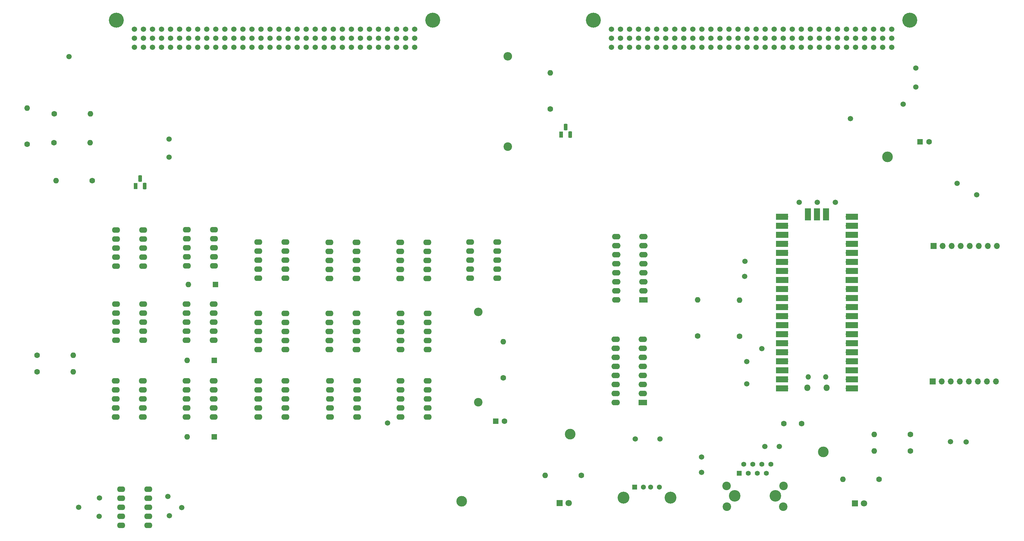
<source format=gts>
G04 #@! TF.GenerationSoftware,KiCad,Pcbnew,7.0.5*
G04 #@! TF.CreationDate,2023-10-25T20:27:12-04:00*
G04 #@! TF.ProjectId,selftest_bd,73656c66-7465-4737-945f-62642e6b6963,1.0*
G04 #@! TF.SameCoordinates,Original*
G04 #@! TF.FileFunction,Soldermask,Top*
G04 #@! TF.FilePolarity,Negative*
%FSLAX46Y46*%
G04 Gerber Fmt 4.6, Leading zero omitted, Abs format (unit mm)*
G04 Created by KiCad (PCBNEW 7.0.5) date 2023-10-25 20:27:12*
%MOMM*%
%LPD*%
G01*
G04 APERTURE LIST*
G04 Aperture macros list*
%AMRoundRect*
0 Rectangle with rounded corners*
0 $1 Rounding radius*
0 $2 $3 $4 $5 $6 $7 $8 $9 X,Y pos of 4 corners*
0 Add a 4 corners polygon primitive as box body*
4,1,4,$2,$3,$4,$5,$6,$7,$8,$9,$2,$3,0*
0 Add four circle primitives for the rounded corners*
1,1,$1+$1,$2,$3*
1,1,$1+$1,$4,$5*
1,1,$1+$1,$6,$7*
1,1,$1+$1,$8,$9*
0 Add four rect primitives between the rounded corners*
20,1,$1+$1,$2,$3,$4,$5,0*
20,1,$1+$1,$4,$5,$6,$7,0*
20,1,$1+$1,$6,$7,$8,$9,0*
20,1,$1+$1,$8,$9,$2,$3,0*%
G04 Aperture macros list end*
%ADD10C,1.500000*%
%ADD11R,1.800000X1.800000*%
%ADD12C,1.800000*%
%ADD13O,2.300000X1.600000*%
%ADD14R,1.600000X1.600000*%
%ADD15O,1.600000X1.600000*%
%ADD16C,3.250000*%
%ADD17R,1.408000X1.408000*%
%ADD18C,1.408000*%
%ADD19C,2.400000*%
%ADD20C,4.200000*%
%ADD21C,1.600000*%
%ADD22R,1.100000X1.800000*%
%ADD23RoundRect,0.275000X-0.275000X-0.625000X0.275000X-0.625000X0.275000X0.625000X-0.275000X0.625000X0*%
%ADD24R,2.400000X1.600000*%
%ADD25O,2.400000X1.600000*%
%ADD26O,2.400000X2.400000*%
%ADD27C,3.000000*%
%ADD28R,1.428000X1.428000*%
%ADD29C,1.428000*%
%ADD30C,3.346000*%
%ADD31R,1.700000X1.700000*%
%ADD32O,1.700000X1.700000*%
%ADD33O,1.800000X1.800000*%
%ADD34O,1.500000X1.500000*%
%ADD35R,3.500000X1.700000*%
%ADD36R,1.700000X3.500000*%
G04 APERTURE END LIST*
D10*
X279531800Y-146020000D03*
X91753500Y-186994335D03*
X323469000Y-73660000D03*
D11*
X226893200Y-185851800D03*
D12*
X229433200Y-185851800D03*
D10*
X266827000Y-172847000D03*
X255143000Y-167767000D03*
D13*
X189778400Y-122651600D03*
X189778400Y-120111600D03*
X189778400Y-117571600D03*
X189778400Y-115031600D03*
X189778400Y-112491600D03*
X182158400Y-112491600D03*
X182158400Y-115031600D03*
X182158400Y-117571600D03*
X182158400Y-120111600D03*
X182158400Y-122651600D03*
D10*
X97553500Y-189594335D03*
D13*
X189845200Y-161656200D03*
X189845200Y-159116200D03*
X189845200Y-156576200D03*
X189845200Y-154036200D03*
X189845200Y-151496200D03*
X182225200Y-151496200D03*
X182225200Y-154036200D03*
X182225200Y-156576200D03*
X182225200Y-159116200D03*
X182225200Y-161656200D03*
D14*
X129855200Y-145706200D03*
D15*
X122235200Y-145706200D03*
D16*
X276098000Y-183769000D03*
X287528000Y-183769000D03*
D17*
X277368000Y-177419000D03*
D18*
X278638000Y-174879000D03*
X279908000Y-177419000D03*
X281178000Y-174879000D03*
X282448000Y-177419000D03*
X283718000Y-174879000D03*
X284988000Y-177419000D03*
X286258000Y-174879000D03*
D19*
X273788000Y-181019000D03*
X273898000Y-186819000D03*
X289728000Y-186819000D03*
X289838000Y-181019000D03*
D10*
X186182000Y-52595335D03*
X183642000Y-52595335D03*
X181102000Y-52595335D03*
X178562000Y-52595335D03*
X176022000Y-52595335D03*
X173482000Y-52595335D03*
X170942000Y-52595335D03*
X168402000Y-52595335D03*
X165862000Y-52595335D03*
X163322000Y-52595335D03*
X160782000Y-52595335D03*
X158242000Y-52595335D03*
X155702000Y-52595335D03*
X153162000Y-52595335D03*
X150622000Y-52595335D03*
X148082000Y-52595335D03*
X145542000Y-52595335D03*
X143002000Y-52595335D03*
X140462000Y-52595335D03*
X137922000Y-52595335D03*
X135382000Y-52595335D03*
X132842000Y-52595335D03*
X130302000Y-52595335D03*
X127762000Y-52595335D03*
X125222000Y-52595335D03*
X122682000Y-52595335D03*
X120142000Y-52595335D03*
X117602000Y-52595335D03*
X115062000Y-52595335D03*
X112522000Y-52595335D03*
X109982000Y-52595335D03*
X107442000Y-52595335D03*
X186182000Y-55135335D03*
X183642000Y-55135335D03*
X181102000Y-55135335D03*
X178562000Y-55135335D03*
X176022000Y-55135335D03*
X173482000Y-55135335D03*
X170942000Y-55135335D03*
X168402000Y-55135335D03*
X165862000Y-55135335D03*
X163322000Y-55135335D03*
X160782000Y-55135335D03*
X158242000Y-55135335D03*
X155702000Y-55135335D03*
X153162000Y-55135335D03*
X150622000Y-55135335D03*
X148082000Y-55135335D03*
X145542000Y-55135335D03*
X143002000Y-55135335D03*
X140462000Y-55135335D03*
X137922000Y-55135335D03*
X135382000Y-55135335D03*
X132842000Y-55135335D03*
X130302000Y-55135335D03*
X127762000Y-55135335D03*
X125222000Y-55135335D03*
X122682000Y-55135335D03*
X120142000Y-55135335D03*
X117602000Y-55135335D03*
X115062000Y-55135335D03*
X112522000Y-55135335D03*
X109982000Y-55135335D03*
X107442000Y-55135335D03*
X186182000Y-57675335D03*
X183642000Y-57675335D03*
X181102000Y-57675335D03*
X178562000Y-57675335D03*
X176022000Y-57675335D03*
X173482000Y-57675335D03*
X170942000Y-57675335D03*
X168402000Y-57675335D03*
X165862000Y-57675335D03*
X163322000Y-57675335D03*
X160782000Y-57675335D03*
X158242000Y-57675335D03*
X155702000Y-57675335D03*
X153162000Y-57675335D03*
X150622000Y-57675335D03*
X148082000Y-57675335D03*
X145542000Y-57675335D03*
X143002000Y-57675335D03*
X140462000Y-57675335D03*
X137922000Y-57675335D03*
X135382000Y-57675335D03*
X132842000Y-57675335D03*
X130302000Y-57675335D03*
X127762000Y-57675335D03*
X125222000Y-57675335D03*
X122682000Y-57675335D03*
X120142000Y-57675335D03*
X117602000Y-57675335D03*
X115062000Y-57675335D03*
X112522000Y-57675335D03*
X109982000Y-57675335D03*
X107442000Y-57675335D03*
D20*
X191262000Y-50055335D03*
X102362000Y-50055335D03*
D10*
X308641200Y-77724000D03*
X294221400Y-101256600D03*
X89099600Y-60248665D03*
D21*
X325501000Y-171196000D03*
D15*
X315341000Y-171196000D03*
D21*
X211045200Y-150616200D03*
D15*
X211045200Y-140456200D03*
D21*
X84886800Y-84480400D03*
D15*
X95046800Y-84480400D03*
D13*
X111343500Y-192084335D03*
X111343500Y-189544335D03*
X111343500Y-187004335D03*
X111343500Y-184464335D03*
X111343500Y-181924335D03*
X103723500Y-181924335D03*
X103723500Y-184464335D03*
X103723500Y-187004335D03*
X103723500Y-189544335D03*
X103723500Y-192084335D03*
D10*
X117221000Y-83439000D03*
X320217800Y-52595335D03*
X317677800Y-52595335D03*
X315137800Y-52595335D03*
X312597800Y-52595335D03*
X310057800Y-52595335D03*
X307517800Y-52595335D03*
X304977800Y-52595335D03*
X302437800Y-52595335D03*
X299897800Y-52595335D03*
X297357800Y-52595335D03*
X294817800Y-52595335D03*
X292277800Y-52595335D03*
X289737800Y-52595335D03*
X287197800Y-52595335D03*
X284657800Y-52595335D03*
X282117800Y-52595335D03*
X279577800Y-52595335D03*
X277037800Y-52595335D03*
X274497800Y-52595335D03*
X271957800Y-52595335D03*
X269417800Y-52595335D03*
X266877800Y-52595335D03*
X264337800Y-52595335D03*
X261797800Y-52595335D03*
X259257800Y-52595335D03*
X256717800Y-52595335D03*
X254177800Y-52595335D03*
X251637800Y-52595335D03*
X249097800Y-52595335D03*
X246557800Y-52595335D03*
X244017800Y-52595335D03*
X241477800Y-52595335D03*
X320217800Y-55135335D03*
X317677800Y-55135335D03*
X315137800Y-55135335D03*
X312597800Y-55135335D03*
X310057800Y-55135335D03*
X307517800Y-55135335D03*
X304977800Y-55135335D03*
X302437800Y-55135335D03*
X299897800Y-55135335D03*
X297357800Y-55135335D03*
X294817800Y-55135335D03*
X292277800Y-55135335D03*
X289737800Y-55135335D03*
X287197800Y-55135335D03*
X284657800Y-55135335D03*
X282117800Y-55135335D03*
X279577800Y-55135335D03*
X277037800Y-55135335D03*
X274497800Y-55135335D03*
X271957800Y-55135335D03*
X269417800Y-55135335D03*
X266877800Y-55135335D03*
X264337800Y-55135335D03*
X261797800Y-55135335D03*
X259257800Y-55135335D03*
X256717800Y-55135335D03*
X254177800Y-55135335D03*
X251637800Y-55135335D03*
X249097800Y-55135335D03*
X246557800Y-55135335D03*
X244017800Y-55135335D03*
X241477800Y-55135335D03*
X320217800Y-57675335D03*
X317677800Y-57675335D03*
X315137800Y-57675335D03*
X312597800Y-57675335D03*
X310057800Y-57675335D03*
X307517800Y-57675335D03*
X304977800Y-57675335D03*
X302437800Y-57675335D03*
X299897800Y-57675335D03*
X297357800Y-57675335D03*
X294817800Y-57675335D03*
X292277800Y-57675335D03*
X289737800Y-57675335D03*
X287197800Y-57675335D03*
X284657800Y-57675335D03*
X282117800Y-57675335D03*
X279577800Y-57675335D03*
X277037800Y-57675335D03*
X274497800Y-57675335D03*
X271957800Y-57675335D03*
X269417800Y-57675335D03*
X266877800Y-57675335D03*
X264337800Y-57675335D03*
X261797800Y-57675335D03*
X259257800Y-57675335D03*
X256717800Y-57675335D03*
X254177800Y-57675335D03*
X251637800Y-57675335D03*
X249097800Y-57675335D03*
X246557800Y-57675335D03*
X244017800Y-57675335D03*
X241477800Y-57675335D03*
D20*
X325297800Y-50055335D03*
X236397800Y-50055335D03*
D10*
X279531800Y-152319200D03*
D13*
X149845200Y-122626200D03*
X149845200Y-120086200D03*
X149845200Y-117546200D03*
X149845200Y-115006200D03*
X149845200Y-112466200D03*
X142225200Y-112466200D03*
X142225200Y-115006200D03*
X142225200Y-117546200D03*
X142225200Y-120086200D03*
X142225200Y-122626200D03*
D22*
X227380800Y-82188000D03*
D23*
X228650800Y-80118000D03*
X229920800Y-82188000D03*
D24*
X250418600Y-128701800D03*
D25*
X250418600Y-126161800D03*
X250418600Y-123621800D03*
X250418600Y-121081800D03*
X250418600Y-118541800D03*
X250418600Y-116001800D03*
X250418600Y-113461800D03*
X250418600Y-110921800D03*
X242798600Y-110921800D03*
X242798600Y-113461800D03*
X242798600Y-116001800D03*
X242798600Y-118541800D03*
X242798600Y-121081800D03*
X242798600Y-123621800D03*
X242798600Y-126161800D03*
X242798600Y-128701800D03*
D24*
X250266200Y-157581600D03*
D25*
X250266200Y-155041600D03*
X250266200Y-152501600D03*
X250266200Y-149961600D03*
X250266200Y-147421600D03*
X250266200Y-144881600D03*
X250266200Y-142341600D03*
X250266200Y-139801600D03*
X242646200Y-139801600D03*
X242646200Y-142341600D03*
X242646200Y-144881600D03*
X242646200Y-147421600D03*
X242646200Y-149961600D03*
X242646200Y-152501600D03*
X242646200Y-155041600D03*
X242646200Y-157581600D03*
D21*
X294941000Y-163449000D03*
X289941000Y-163449000D03*
D10*
X283718000Y-142367000D03*
D13*
X109915200Y-119186200D03*
X109915200Y-116646200D03*
X109915200Y-114106200D03*
X109915200Y-111566200D03*
X109915200Y-109026200D03*
X102295200Y-109026200D03*
X102295200Y-111566200D03*
X102295200Y-114106200D03*
X102295200Y-116646200D03*
X102295200Y-119186200D03*
D21*
X265684000Y-138811000D03*
D15*
X265684000Y-128651000D03*
D19*
X212369400Y-85572600D03*
D26*
X212369400Y-60172600D03*
D10*
X326961200Y-63484065D03*
D13*
X149845200Y-161656200D03*
X149845200Y-159116200D03*
X149845200Y-156576200D03*
X149845200Y-154036200D03*
X149845200Y-151496200D03*
X142225200Y-151496200D03*
X142225200Y-154036200D03*
X142225200Y-156576200D03*
X142225200Y-159116200D03*
X142225200Y-161656200D03*
X109915200Y-140046200D03*
X109915200Y-137506200D03*
X109915200Y-134966200D03*
X109915200Y-132426200D03*
X109915200Y-129886200D03*
X102295200Y-129886200D03*
X102295200Y-132426200D03*
X102295200Y-134966200D03*
X102295200Y-137506200D03*
X102295200Y-140046200D03*
D10*
X336753200Y-168605200D03*
D13*
X169845200Y-122651600D03*
X169845200Y-120111600D03*
X169845200Y-117571600D03*
X169845200Y-115031600D03*
X169845200Y-112491600D03*
X162225200Y-112491600D03*
X162225200Y-115031600D03*
X162225200Y-117571600D03*
X162225200Y-120111600D03*
X162225200Y-122651600D03*
X109845200Y-161656200D03*
X109845200Y-159116200D03*
X109845200Y-156576200D03*
X109845200Y-154036200D03*
X109845200Y-151496200D03*
X102225200Y-151496200D03*
X102225200Y-154036200D03*
X102225200Y-156576200D03*
X102225200Y-159116200D03*
X102225200Y-161656200D03*
D10*
X284607000Y-169926000D03*
D13*
X170045200Y-161656200D03*
X170045200Y-159116200D03*
X170045200Y-156576200D03*
X170045200Y-154036200D03*
X170045200Y-151496200D03*
X162425200Y-151496200D03*
X162425200Y-154036200D03*
X162425200Y-156576200D03*
X162425200Y-159116200D03*
X162425200Y-161656200D03*
X149845200Y-142656200D03*
X149845200Y-140116200D03*
X149845200Y-137576200D03*
X149845200Y-135036200D03*
X149845200Y-132496200D03*
X142225200Y-132496200D03*
X142225200Y-135036200D03*
X142225200Y-137576200D03*
X142225200Y-140116200D03*
X142225200Y-142656200D03*
D10*
X288671000Y-169926000D03*
D21*
X95631000Y-95123000D03*
D15*
X85471000Y-95123000D03*
D27*
X199415400Y-185343800D03*
D10*
X178536600Y-163347400D03*
D21*
X77343000Y-84912200D03*
D15*
X77343000Y-74752200D03*
D27*
X229870000Y-166446200D03*
D21*
X232994200Y-178028600D03*
D15*
X222834200Y-178028600D03*
D14*
X130205200Y-124356200D03*
D15*
X122585200Y-124356200D03*
D28*
X247968400Y-181315065D03*
D29*
X250468400Y-181315065D03*
X252468400Y-181315065D03*
X254968400Y-181315065D03*
D30*
X244898400Y-184315065D03*
X258038400Y-184315065D03*
D31*
X331965600Y-113515600D03*
D32*
X334505600Y-113515600D03*
X337045600Y-113515600D03*
X339585600Y-113515600D03*
X342125600Y-113515600D03*
X344665600Y-113515600D03*
X347205600Y-113515600D03*
X349745600Y-113515600D03*
D10*
X116853500Y-183994335D03*
D13*
X189845200Y-142656200D03*
X189845200Y-140116200D03*
X189845200Y-137576200D03*
X189845200Y-135036200D03*
X189845200Y-132496200D03*
X182225200Y-132496200D03*
X182225200Y-135036200D03*
X182225200Y-137576200D03*
X182225200Y-140116200D03*
X182225200Y-142656200D03*
D10*
X117253500Y-189394335D03*
X338582000Y-95885000D03*
D13*
X209372200Y-122635600D03*
X209372200Y-120095600D03*
X209372200Y-117555600D03*
X209372200Y-115015600D03*
X209372200Y-112475600D03*
X201752200Y-112475600D03*
X201752200Y-115015600D03*
X201752200Y-117555600D03*
X201752200Y-120095600D03*
X201752200Y-122635600D03*
D10*
X304381400Y-101256600D03*
X299301400Y-101256600D03*
D13*
X129768600Y-119100600D03*
X129768600Y-116560600D03*
X129768600Y-114020600D03*
X129768600Y-111480600D03*
X129768600Y-108940600D03*
X122148600Y-108940600D03*
X122148600Y-111480600D03*
X122148600Y-114020600D03*
X122148600Y-116560600D03*
X122148600Y-119100600D03*
D10*
X266827000Y-177165000D03*
D21*
X84963000Y-76327000D03*
D15*
X95123000Y-76327000D03*
D10*
X97653500Y-184394335D03*
D21*
X80136200Y-148896600D03*
D15*
X90296200Y-148896600D03*
D14*
X328209144Y-84201000D03*
D21*
X330709144Y-84201000D03*
D27*
X319074800Y-88450865D03*
D10*
X248159400Y-167844465D03*
X344119200Y-99110800D03*
D13*
X169845200Y-142656200D03*
X169845200Y-140116200D03*
X169845200Y-137576200D03*
X169845200Y-135036200D03*
X169845200Y-132496200D03*
X162225200Y-132496200D03*
X162225200Y-135036200D03*
X162225200Y-137576200D03*
X162225200Y-140116200D03*
X162225200Y-142656200D03*
D10*
X341122000Y-168656000D03*
D21*
X224256600Y-74980800D03*
D15*
X224256600Y-64820800D03*
D21*
X277495000Y-138938000D03*
D15*
X277495000Y-128778000D03*
D14*
X208955000Y-162814000D03*
D21*
X211455000Y-162814000D03*
D10*
X279006800Y-117876800D03*
X278892000Y-122047000D03*
D13*
X129758200Y-161656200D03*
X129758200Y-159116200D03*
X129758200Y-156576200D03*
X129758200Y-154036200D03*
X129758200Y-151496200D03*
X122138200Y-151496200D03*
X122138200Y-154036200D03*
X122138200Y-156576200D03*
X122138200Y-159116200D03*
X122138200Y-161656200D03*
D10*
X326961200Y-68824065D03*
D27*
X301040800Y-171475400D03*
D14*
X129870200Y-167208200D03*
D15*
X122250200Y-167208200D03*
D10*
X117221000Y-88519000D03*
D21*
X80086200Y-144246600D03*
D15*
X90246200Y-144246600D03*
D10*
X120777000Y-187071000D03*
D33*
X301937000Y-153413000D03*
D34*
X301637000Y-150383000D03*
X296787000Y-150383000D03*
D33*
X296487000Y-153413000D03*
D32*
X308102000Y-153543000D03*
D35*
X309002000Y-153543000D03*
D32*
X308102000Y-151003000D03*
D35*
X309002000Y-151003000D03*
D31*
X308102000Y-148463000D03*
D35*
X309002000Y-148463000D03*
D32*
X308102000Y-145923000D03*
D35*
X309002000Y-145923000D03*
D32*
X308102000Y-143383000D03*
D35*
X309002000Y-143383000D03*
D32*
X308102000Y-140843000D03*
D35*
X309002000Y-140843000D03*
D32*
X308102000Y-138303000D03*
D35*
X309002000Y-138303000D03*
D31*
X308102000Y-135763000D03*
D35*
X309002000Y-135763000D03*
D32*
X308102000Y-133223000D03*
D35*
X309002000Y-133223000D03*
D32*
X308102000Y-130683000D03*
D35*
X309002000Y-130683000D03*
D32*
X308102000Y-128143000D03*
D35*
X309002000Y-128143000D03*
D32*
X308102000Y-125603000D03*
D35*
X309002000Y-125603000D03*
D31*
X308102000Y-123063000D03*
D35*
X309002000Y-123063000D03*
D32*
X308102000Y-120523000D03*
D35*
X309002000Y-120523000D03*
D32*
X308102000Y-117983000D03*
D35*
X309002000Y-117983000D03*
D32*
X308102000Y-115443000D03*
D35*
X309002000Y-115443000D03*
D32*
X308102000Y-112903000D03*
D35*
X309002000Y-112903000D03*
D31*
X308102000Y-110363000D03*
D35*
X309002000Y-110363000D03*
D32*
X308102000Y-107823000D03*
D35*
X309002000Y-107823000D03*
D32*
X308102000Y-105283000D03*
D35*
X309002000Y-105283000D03*
D32*
X290322000Y-105283000D03*
D35*
X289422000Y-105283000D03*
D32*
X290322000Y-107823000D03*
D35*
X289422000Y-107823000D03*
D31*
X290322000Y-110363000D03*
D35*
X289422000Y-110363000D03*
D32*
X290322000Y-112903000D03*
D35*
X289422000Y-112903000D03*
D32*
X290322000Y-115443000D03*
D35*
X289422000Y-115443000D03*
D32*
X290322000Y-117983000D03*
D35*
X289422000Y-117983000D03*
D32*
X290322000Y-120523000D03*
D35*
X289422000Y-120523000D03*
D31*
X290322000Y-123063000D03*
D35*
X289422000Y-123063000D03*
D32*
X290322000Y-125603000D03*
D35*
X289422000Y-125603000D03*
D32*
X290322000Y-128143000D03*
D35*
X289422000Y-128143000D03*
D32*
X290322000Y-130683000D03*
D35*
X289422000Y-130683000D03*
D32*
X290322000Y-133223000D03*
D35*
X289422000Y-133223000D03*
D31*
X290322000Y-135763000D03*
D35*
X289422000Y-135763000D03*
D32*
X290322000Y-138303000D03*
D35*
X289422000Y-138303000D03*
D32*
X290322000Y-140843000D03*
D35*
X289422000Y-140843000D03*
D32*
X290322000Y-143383000D03*
D35*
X289422000Y-143383000D03*
D32*
X290322000Y-145923000D03*
D35*
X289422000Y-145923000D03*
D31*
X290322000Y-148463000D03*
D35*
X289422000Y-148463000D03*
D32*
X290322000Y-151003000D03*
D35*
X289422000Y-151003000D03*
D32*
X290322000Y-153543000D03*
D35*
X289422000Y-153543000D03*
D32*
X301752000Y-105513000D03*
D36*
X301752000Y-104613000D03*
D31*
X299212000Y-105513000D03*
D36*
X299212000Y-104613000D03*
D32*
X296672000Y-105513000D03*
D36*
X296672000Y-104613000D03*
D22*
X107823000Y-96666000D03*
D23*
X109093000Y-94596000D03*
X110363000Y-96666000D03*
D13*
X129758200Y-140046200D03*
X129758200Y-137506200D03*
X129758200Y-134966200D03*
X129758200Y-132426200D03*
X129758200Y-129886200D03*
X122138200Y-129886200D03*
X122138200Y-132426200D03*
X122138200Y-134966200D03*
X122138200Y-137506200D03*
X122138200Y-140046200D03*
D19*
X204045200Y-157456200D03*
D26*
X204045200Y-132056200D03*
D11*
X309875000Y-185953400D03*
D12*
X312415000Y-185953400D03*
D21*
X316636400Y-179171600D03*
D15*
X306476400Y-179171600D03*
D21*
X325501000Y-166497000D03*
D15*
X315341000Y-166497000D03*
D31*
X331762000Y-151615600D03*
D32*
X334302000Y-151615600D03*
X336842000Y-151615600D03*
X339382000Y-151615600D03*
X341922000Y-151615600D03*
X344462000Y-151615600D03*
X347002000Y-151615600D03*
X349542000Y-151615600D03*
M02*

</source>
